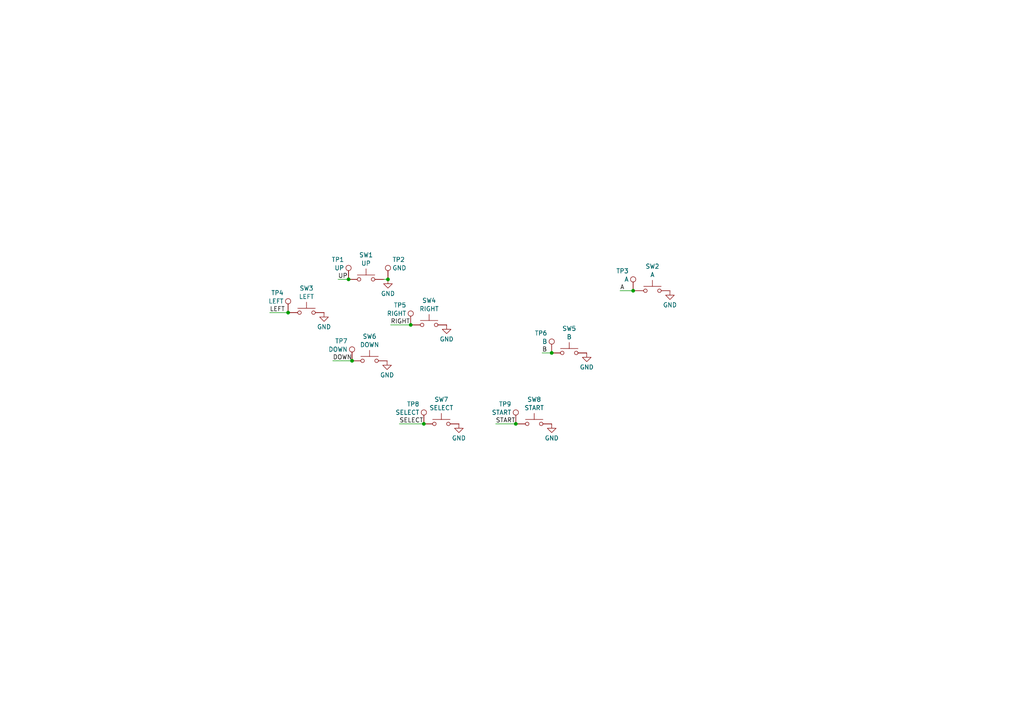
<source format=kicad_sch>
(kicad_sch (version 20231120) (generator "eeschema") (generator_version "8.0")
  (paper "A4")
  (lib_symbols
    (symbol "Connector:TestPoint" (pin_numbers hide) (pin_names (offset 0.762) hide)
      (property "Reference" "TP" (at 0 6.858 0))
      (property "Value" "TestPoint" (at 0 5.08 0))
      (symbol "TestPoint_0_1"
        (circle (center 0 3.302) (radius 0.762))
      )
      (symbol "TestPoint_1_1"
        (pin passive line (at 0 0 90) (length 2.54) (name "1") (number "1"))
      )
    )
    (symbol "Switch:SW_Push" (pin_numbers hide) (pin_names (offset 1.016) hide)
      (property "Reference" "SW" (at 1.27 2.54 0))
      (property "Value" "SW_Push" (at 0 -1.524 0))
      (symbol "SW_Push_0_1"
        (circle (center -2.032 0) (radius 0.508))
        (polyline (pts (xy 0 1.27) (xy 0 3.048)))
        (polyline (pts (xy 2.54 1.27) (xy -2.54 1.27)))
        (circle (center 2.032 0) (radius 0.508))
        (pin passive line (at -5.08 0 0) (length 2.54) (name "1") (number "1"))
        (pin passive line (at 5.08 0 180) (length 2.54) (name "2") (number "2"))
      )
    )
    (symbol "power:GND" (power) (pin_numbers hide) (pin_names (offset 0) hide)
      (property "Value" "GND" (at 0 -3.81 0))
      (symbol "GND_0_1"
        (polyline (pts (xy 0 0) (xy 0 -1.27) (xy 1.27 -1.27) (xy 0 -2.54) (xy -1.27 -1.27) (xy 0 -1.27)))
      )
      (symbol "GND_1_1"
        (pin power_in line (at 0 0 270) (length 0) (name "~") (number "1"))
      )
    )
  )
  (junction (at 102.108 104.648))
  (junction (at 119.126 94.234))
  (junction (at 122.936 122.936))
  (junction (at 83.566 90.678))
  (junction (at 160.02 102.362))
  (junction (at 183.642 84.328))
  (junction (at 149.606 122.936))
  (junction (at 112.522 81.026))
  (junction (at 101.092 81.026))
  (wire (pts (xy 78.232 90.678) (xy 83.566 90.678)))
  (wire (pts (xy 96.52 104.648) (xy 102.108 104.648)))
  (wire (pts (xy 179.832 84.328) (xy 183.642 84.328)))
  (wire (pts (xy 98.044 81.026) (xy 101.092 81.026)))
  (wire (pts (xy 119.126 94.234) (xy 119.38 94.234)))
  (wire (pts (xy 149.606 122.936) (xy 149.86 122.936)))
  (wire (pts (xy 183.642 84.328) (xy 184.15 84.328)))
  (wire (pts (xy 112.522 81.026) (xy 111.252 81.026)))
  (wire (pts (xy 113.284 94.234) (xy 119.126 94.234)))
  (wire (pts (xy 115.824 122.936) (xy 122.936 122.936)))
  (wire (pts (xy 83.566 90.678) (xy 83.82 90.678)))
  (wire (pts (xy 143.764 122.936) (xy 149.606 122.936)))
  (wire (pts (xy 157.226 102.362) (xy 160.02 102.362)))
  (label "RIGHT" (at 113.284 94.234 0))
  (label "DOWN" (at 96.52 104.648 0))
  (label "SELECT" (at 115.824 122.936 0))
  (label "START" (at 143.764 122.936 0))
  (label "LEFT" (at 78.232 90.678 0))
  (label "B" (at 157.226 102.362 0))
  (label "A" (at 179.832 84.328 0))
  (label "UP" (at 98.044 81.026 0))
  (symbol (lib_id "Connector:TestPoint") (at 183.642 84.328 0) (unit 1)
    (property "Reference" "TP3" (at 182.372 78.6017 0) (effects (justify right)))
    (property "Value" "A" (at 182.372 81.026 0) (effects (justify right)))
    (property "Footprint" "TestPoint:TestPoint_THTPad_D1.5mm_Drill0.7mm" (effects (hide yes)))
    (property "Description" "test point" (effects (hide yes)))
  )
  (symbol (lib_id "Switch:SW_Push") (at 88.9 90.678 0) (unit 1)
    (property "Reference" "SW3" (at 88.9 83.6125 0))
    (property "Value" "LEFT" (at 88.9 86.0368 0))
    (property "Footprint" "DMG_directional:Dpad_DMG" (effects (hide yes)))
    (property "Description" "Push button switch, generic, two pins" (effects (hide yes)))
  )
  (symbol (lib_id "Switch:SW_Push") (at 154.94 122.936 0) (unit 1)
    (property "Reference" "SW8" (at 154.94 115.8705 0))
    (property "Value" "START" (at 154.94 118.2948 0))
    (property "Footprint" "DMG_directional:Start_DMG" (effects (hide yes)))
    (property "Description" "Push button switch, generic, two pins" (effects (hide yes)))
  )
  (symbol (lib_id "Connector:TestPoint") (at 102.108 104.648 0) (unit 1)
    (property "Reference" "TP7" (at 100.838 98.9217 0) (effects (justify right)))
    (property "Value" "DOWN" (at 100.838 101.346 0) (effects (justify right)))
    (property "Footprint" "TestPoint:TestPoint_THTPad_D1.5mm_Drill0.7mm" (effects (hide yes)))
    (property "Description" "test point" (effects (hide yes)))
  )
  (symbol (lib_id "power:GND") (at 112.268 104.648 0) (unit 1)
    (property "Reference" "#PWR06" (effects (hide yes)))
    (property "Value" "GND" (at 112.268 108.7811 0))
    (property "Description" "Power symbol creates a global label with name \"GND\" , ground" (effects (hide yes)))
  )
  (symbol (lib_id "Switch:SW_Push") (at 124.46 94.234 0) (mirror y) (unit 1)
    (property "Reference" "SW4" (at 124.46 87.1685 0))
    (property "Value" "RIGHT" (at 124.46 89.5928 0))
    (property "Footprint" "DMG_directional:Dpad_DMG" (effects (hide yes)))
    (property "Description" "Push button switch, generic, two pins" (effects (hide yes)))
  )
  (symbol (lib_id "Switch:SW_Push") (at 106.172 81.026 0) (unit 1)
    (property "Reference" "SW1" (at 106.172 73.9605 0))
    (property "Value" "UP" (at 106.172 76.3848 0))
    (property "Footprint" "DMG_directional:Dpad_DMG" (effects (hide yes)))
    (property "Description" "Push button switch, generic, two pins" (effects (hide yes)))
  )
  (symbol (lib_id "Switch:SW_Push") (at 107.188 104.648 0) (mirror y) (unit 1)
    (property "Reference" "SW6" (at 107.188 97.5825 0))
    (property "Value" "DOWN" (at 107.188 100.0068 0))
    (property "Footprint" "DMG_directional:Dpad_DMG" (effects (hide yes)))
    (property "Description" "Push button switch, generic, two pins" (effects (hide yes)))
  )
  (symbol (lib_id "power:GND") (at 133.096 122.936 0) (unit 1)
    (property "Reference" "#PWR07" (effects (hide yes)))
    (property "Value" "GND" (at 133.096 127.0691 0))
    (property "Description" "Power symbol creates a global label with name \"GND\" , ground" (effects (hide yes)))
  )
  (symbol (lib_id "Switch:SW_Push") (at 128.016 122.936 0) (unit 1)
    (property "Reference" "SW7" (at 128.016 115.8705 0))
    (property "Value" "SELECT" (at 128.016 118.2948 0))
    (property "Footprint" "DMG_directional:Select_DMG" (effects (hide yes)))
    (property "Description" "Push button switch, generic, two pins" (effects (hide yes)))
  )
  (symbol (lib_id "power:GND") (at 170.18 102.362 0) (unit 1)
    (property "Reference" "#PWR05" (effects (hide yes)))
    (property "Value" "GND" (at 170.18 106.4951 0))
    (property "Description" "Power symbol creates a global label with name \"GND\" , ground" (effects (hide yes)))
  )
  (symbol (lib_id "Switch:SW_Push") (at 165.1 102.362 0) (mirror y) (unit 1)
    (property "Reference" "SW5" (at 165.1 95.2965 0))
    (property "Value" "B" (at 165.1 97.7208 0))
    (property "Footprint" "DMG_directional:AB_DMG" (effects (hide yes)))
    (property "Description" "Push button switch, generic, two pins" (effects (hide yes)))
  )
  (symbol (lib_id "power:GND") (at 93.98 90.678 0) (unit 1)
    (property "Reference" "#PWR03" (effects (hide yes)))
    (property "Value" "GND" (at 93.98 94.8111 0))
    (property "Description" "Power symbol creates a global label with name \"GND\" , ground" (effects (hide yes)))
  )
  (symbol (lib_id "power:GND") (at 112.522 81.026 0) (unit 1)
    (property "Reference" "#PWR01" (effects (hide yes)))
    (property "Value" "GND" (at 112.522 85.1591 0))
    (property "Description" "Power symbol creates a global label with name \"GND\" , ground" (effects (hide yes)))
  )
  (symbol (lib_id "power:GND") (at 129.54 94.234 0) (unit 1)
    (property "Reference" "#PWR04" (effects (hide yes)))
    (property "Value" "GND" (at 129.54 98.3671 0))
    (property "Description" "Power symbol creates a global label with name \"GND\" , ground" (effects (hide yes)))
  )
  (symbol (lib_id "Connector:TestPoint") (at 112.522 81.026 0) (mirror y) (unit 1)
    (property "Reference" "TP2" (at 113.792 75.2997 0) (effects (justify right)))
    (property "Value" "GND" (at 113.792 77.724 0) (effects (justify right)))
    (property "Footprint" "TestPoint:TestPoint_THTPad_D1.5mm_Drill0.7mm" (effects (hide yes)))
    (property "Description" "test point" (effects (hide yes)))
  )
  (symbol (lib_id "Connector:TestPoint") (at 119.126 94.234 0) (unit 1)
    (property "Reference" "TP5" (at 117.856 88.5077 0) (effects (justify right)))
    (property "Value" "RIGHT" (at 117.856 90.932 0) (effects (justify right)))
    (property "Footprint" "TestPoint:TestPoint_THTPad_D1.5mm_Drill0.7mm" (effects (hide yes)))
    (property "Description" "test point" (effects (hide yes)))
  )
  (symbol (lib_id "Connector:TestPoint") (at 83.566 90.678 0) (unit 1)
    (property "Reference" "TP4" (at 82.296 84.9517 0) (effects (justify right)))
    (property "Value" "LEFT" (at 82.296 87.376 0) (effects (justify right)))
    (property "Footprint" "TestPoint:TestPoint_THTPad_D1.5mm_Drill0.7mm" (effects (hide yes)))
    (property "Description" "test point" (effects (hide yes)))
  )
  (symbol (lib_id "Connector:TestPoint") (at 149.606 122.936 0) (unit 1)
    (property "Reference" "TP9" (at 148.336 117.2097 0) (effects (justify right)))
    (property "Value" "START" (at 148.336 119.634 0) (effects (justify right)))
    (property "Footprint" "TestPoint:TestPoint_THTPad_D1.5mm_Drill0.7mm" (effects (hide yes)))
    (property "Description" "test point" (effects (hide yes)))
  )
  (symbol (lib_id "Connector:TestPoint") (at 122.936 122.936 0) (unit 1)
    (property "Reference" "TP8" (at 121.666 117.2097 0) (effects (justify right)))
    (property "Value" "SELECT" (at 121.666 119.634 0) (effects (justify right)))
    (property "Footprint" "TestPoint:TestPoint_THTPad_D1.5mm_Drill0.7mm" (effects (hide yes)))
    (property "Description" "test point" (effects (hide yes)))
  )
  (symbol (lib_id "Switch:SW_Push") (at 189.23 84.328 0) (mirror y) (unit 1)
    (property "Reference" "SW2" (at 189.23 77.2625 0))
    (property "Value" "A" (at 189.23 79.6868 0))
    (property "Footprint" "DMG_directional:AB_DMG" (effects (hide yes)))
    (property "Description" "Push button switch, generic, two pins" (effects (hide yes)))
  )
  (symbol (lib_id "Connector:TestPoint") (at 101.092 81.026 0) (unit 1)
    (property "Reference" "TP1" (at 99.822 75.2997 0) (effects (justify right)))
    (property "Value" "UP" (at 99.822 77.724 0) (effects (justify right)))
    (property "Footprint" "TestPoint:TestPoint_THTPad_D1.5mm_Drill0.7mm" (effects (hide yes)))
    (property "Description" "test point" (effects (hide yes)))
  )
  (symbol (lib_id "power:GND") (at 160.02 122.936 0) (unit 1)
    (property "Reference" "#PWR08" (effects (hide yes)))
    (property "Value" "GND" (at 160.02 127.0691 0))
    (property "Description" "Power symbol creates a global label with name \"GND\" , ground" (effects (hide yes)))
  )
  (symbol (lib_id "power:GND") (at 194.31 84.328 0) (unit 1)
    (property "Reference" "#PWR02" (effects (hide yes)))
    (property "Value" "GND" (at 194.31 88.4611 0))
    (property "Description" "Power symbol creates a global label with name \"GND\" , ground" (effects (hide yes)))
  )
  (symbol (lib_id "Connector:TestPoint") (at 160.02 102.362 0) (unit 1)
    (property "Reference" "TP6" (at 158.75 96.6357 0) (effects (justify right)))
    (property "Value" "B" (at 158.75 99.06 0) (effects (justify right)))
    (property "Footprint" "TestPoint:TestPoint_THTPad_D1.5mm_Drill0.7mm" (effects (hide yes)))
    (property "Description" "test point" (effects (hide yes)))
  )
)
</source>
